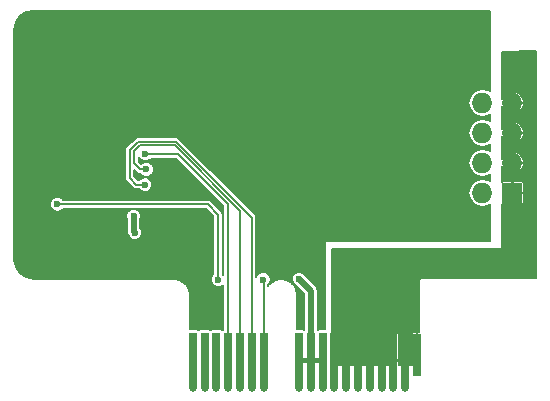
<source format=gbr>
G04 #@! TF.FileFunction,Copper,L1,Top,Signal*
%FSLAX46Y46*%
G04 Gerber Fmt 4.6, Leading zero omitted, Abs format (unit mm)*
G04 Created by KiCad (PCBNEW 4.0.6-e0-6349~53~ubuntu14.04.1) date Mon Mar 27 23:59:38 2017*
%MOMM*%
%LPD*%
G01*
G04 APERTURE LIST*
%ADD10C,0.100000*%
%ADD11R,0.650240X3.599180*%
%ADD12R,0.650240X4.599940*%
%ADD13O,0.650240X0.650240*%
%ADD14R,1.727200X1.727200*%
%ADD15O,1.727200X1.727200*%
%ADD16C,0.600000*%
%ADD17C,0.500000*%
%ADD18C,0.150000*%
%ADD19C,0.400000*%
%ADD20C,0.200000*%
G04 APERTURE END LIST*
D10*
D11*
X159499600Y-99499620D03*
D12*
X158498840Y-100000000D03*
X157500620Y-100000000D03*
X156499860Y-100000000D03*
X155499100Y-100000000D03*
X154500880Y-100000000D03*
X153500120Y-100000000D03*
X152499360Y-100000000D03*
X151501140Y-100000000D03*
X150500380Y-100000000D03*
X149499620Y-100000000D03*
X144500900Y-100000000D03*
X143500140Y-100000000D03*
X142499380Y-100000000D03*
X141501160Y-100000000D03*
X140500400Y-100000000D03*
X146499880Y-100000000D03*
X145499120Y-100000000D03*
D13*
X156499860Y-102301240D03*
X155499100Y-102301240D03*
X154500880Y-102301240D03*
X153500120Y-102301240D03*
X152499360Y-102301240D03*
X151501140Y-102301240D03*
X150500380Y-102301240D03*
X144500900Y-102301240D03*
X143500140Y-102301240D03*
X157500620Y-102301240D03*
X145499120Y-102301240D03*
X142499380Y-102301240D03*
X149499620Y-102301240D03*
X146499880Y-102301240D03*
X141501160Y-102301240D03*
X140500400Y-102301240D03*
X158498840Y-102301240D03*
D14*
X167570000Y-85810000D03*
D15*
X165030000Y-85810000D03*
X167570000Y-83270000D03*
X165030000Y-83270000D03*
X167570000Y-80730000D03*
X165030000Y-80730000D03*
X167570000Y-78190000D03*
X165030000Y-78190000D03*
D16*
X137050000Y-86200000D03*
X154175000Y-72125000D03*
X143050000Y-72125000D03*
X143125000Y-82925000D03*
X154150000Y-82925000D03*
X135500000Y-87800000D03*
X135600000Y-89200000D03*
X149500000Y-93100000D03*
X136575000Y-83825000D03*
X136500000Y-82525000D03*
X129050000Y-86775000D03*
X142650000Y-93175000D03*
X146475000Y-93150000D03*
X136475000Y-85125000D03*
D17*
X135500000Y-89100000D02*
X135500000Y-87800000D01*
X135600000Y-89200000D02*
X135500000Y-89100000D01*
D18*
X158498840Y-100000000D02*
X158498840Y-102301240D01*
X157500620Y-100000000D02*
X157500620Y-102301240D01*
X156499860Y-100000000D02*
X156499860Y-102301240D01*
X155499100Y-100000000D02*
X155499100Y-102301240D01*
X154500880Y-100000000D02*
X154500880Y-102301240D01*
X153500120Y-100000000D02*
X153500120Y-102301240D01*
X152499360Y-100000000D02*
X152499360Y-102301240D01*
D17*
X150500380Y-100000000D02*
X150500380Y-94100380D01*
X150500380Y-94100380D02*
X149500000Y-93100000D01*
D19*
X149499620Y-100000000D02*
X150500380Y-100000000D01*
X150500380Y-100000000D02*
X151501140Y-100000000D01*
D18*
X151501140Y-100000000D02*
X151501140Y-102301240D01*
X150500380Y-100000000D02*
X150500380Y-102301240D01*
X149499620Y-100000000D02*
X149499620Y-102301240D01*
X144500900Y-100000000D02*
X144500900Y-87326634D01*
X136025000Y-83825000D02*
X136575000Y-83825000D01*
X135525000Y-83325000D02*
X136025000Y-83825000D01*
X135525000Y-82275000D02*
X135525000Y-83325000D01*
X136000000Y-81800000D02*
X135525000Y-82275000D01*
X138974266Y-81800000D02*
X136000000Y-81800000D01*
X144500900Y-87326634D02*
X138974266Y-81800000D01*
X144500900Y-100000000D02*
X144500900Y-102301240D01*
X143500140Y-100000000D02*
X143500140Y-86750140D01*
X139275000Y-82525000D02*
X136500000Y-82525000D01*
X143500140Y-86750140D02*
X139275000Y-82525000D01*
X143500140Y-102301240D02*
X143500140Y-100000000D01*
X142499380Y-102301240D02*
X142499380Y-100000000D01*
X141501160Y-102301240D02*
X141501160Y-100000000D01*
X140500400Y-100000000D02*
X140500400Y-102301240D01*
X146499880Y-100000000D02*
X146499880Y-93174880D01*
X141775000Y-86775000D02*
X129050000Y-86775000D01*
X142650000Y-87650000D02*
X141775000Y-86775000D01*
X142650000Y-93175000D02*
X142650000Y-87650000D01*
X146499880Y-93174880D02*
X146475000Y-93150000D01*
X146499880Y-100000000D02*
X146499880Y-102301240D01*
X145499120Y-100000000D02*
X145499120Y-87900588D01*
X135725000Y-85125000D02*
X136475000Y-85125000D01*
X135150000Y-84550000D02*
X135725000Y-85125000D01*
X135150000Y-82225734D02*
X135150000Y-84550000D01*
X135875736Y-81499998D02*
X135150000Y-82225734D01*
X139098530Y-81499998D02*
X135875736Y-81499998D01*
X145499120Y-87900588D02*
X139098530Y-81499998D01*
X145499120Y-100000000D02*
X145499120Y-102301240D01*
D20*
G36*
X169575000Y-93025000D02*
X159800000Y-93025000D01*
X159761094Y-93032879D01*
X159728319Y-93055273D01*
X159706839Y-93088654D01*
X159700000Y-93125000D01*
X159700000Y-97600030D01*
X159549600Y-97600030D01*
X159524600Y-97625030D01*
X159524600Y-99474620D01*
X159544600Y-99474620D01*
X159544600Y-99524620D01*
X159524600Y-99524620D01*
X159524600Y-99544620D01*
X159474600Y-99544620D01*
X159474600Y-99524620D01*
X159099480Y-99524620D01*
X159074480Y-99549620D01*
X159074480Y-100350000D01*
X158923960Y-100350000D01*
X158923960Y-100050000D01*
X158898960Y-100025000D01*
X158523840Y-100025000D01*
X158523840Y-100045000D01*
X158473840Y-100045000D01*
X158473840Y-100025000D01*
X158098720Y-100025000D01*
X158073720Y-100050000D01*
X158073720Y-100350000D01*
X157925740Y-100350000D01*
X157925740Y-100050000D01*
X157900740Y-100025000D01*
X157525620Y-100025000D01*
X157525620Y-100045000D01*
X157475620Y-100045000D01*
X157475620Y-100025000D01*
X157100500Y-100025000D01*
X157075500Y-100050000D01*
X157075500Y-100350000D01*
X156924980Y-100350000D01*
X156924980Y-100050000D01*
X156899980Y-100025000D01*
X156524860Y-100025000D01*
X156524860Y-100045000D01*
X156474860Y-100045000D01*
X156474860Y-100025000D01*
X156099740Y-100025000D01*
X156074740Y-100050000D01*
X156074740Y-100350000D01*
X155924220Y-100350000D01*
X155924220Y-100050000D01*
X155899220Y-100025000D01*
X155524100Y-100025000D01*
X155524100Y-100045000D01*
X155474100Y-100045000D01*
X155474100Y-100025000D01*
X155098980Y-100025000D01*
X155073980Y-100050000D01*
X155073980Y-100350000D01*
X154926000Y-100350000D01*
X154926000Y-100050000D01*
X154901000Y-100025000D01*
X154525880Y-100025000D01*
X154525880Y-100045000D01*
X154475880Y-100045000D01*
X154475880Y-100025000D01*
X154100760Y-100025000D01*
X154075760Y-100050000D01*
X154075760Y-100350000D01*
X153925240Y-100350000D01*
X153925240Y-100050000D01*
X153900240Y-100025000D01*
X153525120Y-100025000D01*
X153525120Y-100045000D01*
X153475120Y-100045000D01*
X153475120Y-100025000D01*
X153100000Y-100025000D01*
X153075000Y-100050000D01*
X153075000Y-100350000D01*
X152924480Y-100350000D01*
X152924480Y-100050000D01*
X152899480Y-100025000D01*
X152524360Y-100025000D01*
X152524360Y-100045000D01*
X152474360Y-100045000D01*
X152474360Y-100025000D01*
X152454360Y-100025000D01*
X152454360Y-99975000D01*
X152474360Y-99975000D01*
X152474360Y-97625030D01*
X152524360Y-97625030D01*
X152524360Y-99975000D01*
X152899480Y-99975000D01*
X152924480Y-99950000D01*
X152924480Y-97680139D01*
X153075000Y-97680139D01*
X153075000Y-99950000D01*
X153100000Y-99975000D01*
X153475120Y-99975000D01*
X153475120Y-97625030D01*
X153525120Y-97625030D01*
X153525120Y-99975000D01*
X153900240Y-99975000D01*
X153925240Y-99950000D01*
X153925240Y-97680139D01*
X154075760Y-97680139D01*
X154075760Y-99950000D01*
X154100760Y-99975000D01*
X154475880Y-99975000D01*
X154475880Y-97625030D01*
X154525880Y-97625030D01*
X154525880Y-99975000D01*
X154901000Y-99975000D01*
X154926000Y-99950000D01*
X154926000Y-97680139D01*
X155073980Y-97680139D01*
X155073980Y-99950000D01*
X155098980Y-99975000D01*
X155474100Y-99975000D01*
X155474100Y-97625030D01*
X155524100Y-97625030D01*
X155524100Y-99975000D01*
X155899220Y-99975000D01*
X155924220Y-99950000D01*
X155924220Y-97680139D01*
X156074740Y-97680139D01*
X156074740Y-99950000D01*
X156099740Y-99975000D01*
X156474860Y-99975000D01*
X156474860Y-97625030D01*
X156524860Y-97625030D01*
X156524860Y-99975000D01*
X156899980Y-99975000D01*
X156924980Y-99950000D01*
X156924980Y-97680139D01*
X157075500Y-97680139D01*
X157075500Y-99950000D01*
X157100500Y-99975000D01*
X157475620Y-99975000D01*
X157475620Y-97625030D01*
X157525620Y-97625030D01*
X157525620Y-99975000D01*
X157900740Y-99975000D01*
X157925740Y-99950000D01*
X157925740Y-97680139D01*
X158073720Y-97680139D01*
X158073720Y-99950000D01*
X158098720Y-99975000D01*
X158473840Y-99975000D01*
X158473840Y-97625030D01*
X158523840Y-97625030D01*
X158523840Y-99975000D01*
X158898960Y-99975000D01*
X158923960Y-99950000D01*
X158923960Y-97680139D01*
X159074480Y-97680139D01*
X159074480Y-99449620D01*
X159099480Y-99474620D01*
X159474600Y-99474620D01*
X159474600Y-97625030D01*
X159449600Y-97600030D01*
X159154589Y-97600030D01*
X159117835Y-97615254D01*
X159089704Y-97643384D01*
X159074480Y-97680139D01*
X158923960Y-97680139D01*
X158908736Y-97643384D01*
X158880605Y-97615254D01*
X158843851Y-97600030D01*
X158548840Y-97600030D01*
X158523840Y-97625030D01*
X158473840Y-97625030D01*
X158448840Y-97600030D01*
X158153829Y-97600030D01*
X158117075Y-97615254D01*
X158088944Y-97643384D01*
X158073720Y-97680139D01*
X157925740Y-97680139D01*
X157910516Y-97643384D01*
X157882385Y-97615254D01*
X157845631Y-97600030D01*
X157550620Y-97600030D01*
X157525620Y-97625030D01*
X157475620Y-97625030D01*
X157450620Y-97600030D01*
X157155609Y-97600030D01*
X157118855Y-97615254D01*
X157090724Y-97643384D01*
X157075500Y-97680139D01*
X156924980Y-97680139D01*
X156909756Y-97643384D01*
X156881625Y-97615254D01*
X156844871Y-97600030D01*
X156549860Y-97600030D01*
X156524860Y-97625030D01*
X156474860Y-97625030D01*
X156449860Y-97600030D01*
X156154849Y-97600030D01*
X156118095Y-97615254D01*
X156089964Y-97643384D01*
X156074740Y-97680139D01*
X155924220Y-97680139D01*
X155908996Y-97643384D01*
X155880865Y-97615254D01*
X155844111Y-97600030D01*
X155549100Y-97600030D01*
X155524100Y-97625030D01*
X155474100Y-97625030D01*
X155449100Y-97600030D01*
X155154089Y-97600030D01*
X155117335Y-97615254D01*
X155089204Y-97643384D01*
X155073980Y-97680139D01*
X154926000Y-97680139D01*
X154910776Y-97643384D01*
X154882645Y-97615254D01*
X154845891Y-97600030D01*
X154550880Y-97600030D01*
X154525880Y-97625030D01*
X154475880Y-97625030D01*
X154450880Y-97600030D01*
X154155869Y-97600030D01*
X154119115Y-97615254D01*
X154090984Y-97643384D01*
X154075760Y-97680139D01*
X153925240Y-97680139D01*
X153910016Y-97643384D01*
X153881885Y-97615254D01*
X153845131Y-97600030D01*
X153550120Y-97600030D01*
X153525120Y-97625030D01*
X153475120Y-97625030D01*
X153450120Y-97600030D01*
X153155109Y-97600030D01*
X153118355Y-97615254D01*
X153090224Y-97643384D01*
X153075000Y-97680139D01*
X152924480Y-97680139D01*
X152909256Y-97643384D01*
X152881125Y-97615254D01*
X152844371Y-97600030D01*
X152549360Y-97600030D01*
X152524360Y-97625030D01*
X152474360Y-97625030D01*
X152449360Y-97600030D01*
X152275000Y-97600030D01*
X152275000Y-90600000D01*
X166450000Y-90600000D01*
X166488906Y-90592121D01*
X166520711Y-90570711D01*
X166645711Y-90445711D01*
X166667650Y-90412629D01*
X166675000Y-90375000D01*
X166675000Y-86768833D01*
X166686509Y-86773600D01*
X167520000Y-86773600D01*
X167545000Y-86748600D01*
X167545000Y-85835000D01*
X167595000Y-85835000D01*
X167595000Y-86748600D01*
X167620000Y-86773600D01*
X168453491Y-86773600D01*
X168490246Y-86758376D01*
X168518376Y-86730245D01*
X168533600Y-86693491D01*
X168533600Y-85860000D01*
X168508600Y-85835000D01*
X167595000Y-85835000D01*
X167545000Y-85835000D01*
X167525000Y-85835000D01*
X167525000Y-85785000D01*
X167545000Y-85785000D01*
X167545000Y-84871400D01*
X167595000Y-84871400D01*
X167595000Y-85785000D01*
X168508600Y-85785000D01*
X168533600Y-85760000D01*
X168533600Y-84926509D01*
X168518376Y-84889755D01*
X168490246Y-84861624D01*
X168453491Y-84846400D01*
X167620000Y-84846400D01*
X167595000Y-84871400D01*
X167545000Y-84871400D01*
X167520000Y-84846400D01*
X166686509Y-84846400D01*
X166675000Y-84851167D01*
X166675000Y-83577086D01*
X166761732Y-83794628D01*
X167024024Y-84064004D01*
X167369436Y-84212500D01*
X167394618Y-84217506D01*
X167545000Y-84208267D01*
X167545000Y-83295000D01*
X167595000Y-83295000D01*
X167595000Y-84208267D01*
X167745382Y-84217506D01*
X167770564Y-84212500D01*
X168115976Y-84064004D01*
X168378268Y-83794628D01*
X168517509Y-83445382D01*
X168508279Y-83295000D01*
X167595000Y-83295000D01*
X167545000Y-83295000D01*
X167525000Y-83295000D01*
X167525000Y-83245000D01*
X167545000Y-83245000D01*
X167545000Y-82331733D01*
X167595000Y-82331733D01*
X167595000Y-83245000D01*
X168508279Y-83245000D01*
X168517509Y-83094618D01*
X168378268Y-82745372D01*
X168115976Y-82475996D01*
X167770564Y-82327500D01*
X167745382Y-82322494D01*
X167595000Y-82331733D01*
X167545000Y-82331733D01*
X167394618Y-82322494D01*
X167369436Y-82327500D01*
X167024024Y-82475996D01*
X166761732Y-82745372D01*
X166675000Y-82962914D01*
X166675000Y-81037086D01*
X166761732Y-81254628D01*
X167024024Y-81524004D01*
X167369436Y-81672500D01*
X167394618Y-81677506D01*
X167545000Y-81668267D01*
X167545000Y-80755000D01*
X167595000Y-80755000D01*
X167595000Y-81668267D01*
X167745382Y-81677506D01*
X167770564Y-81672500D01*
X168115976Y-81524004D01*
X168378268Y-81254628D01*
X168517509Y-80905382D01*
X168508279Y-80755000D01*
X167595000Y-80755000D01*
X167545000Y-80755000D01*
X167525000Y-80755000D01*
X167525000Y-80705000D01*
X167545000Y-80705000D01*
X167545000Y-79791733D01*
X167595000Y-79791733D01*
X167595000Y-80705000D01*
X168508279Y-80705000D01*
X168517509Y-80554618D01*
X168378268Y-80205372D01*
X168115976Y-79935996D01*
X167770564Y-79787500D01*
X167745382Y-79782494D01*
X167595000Y-79791733D01*
X167545000Y-79791733D01*
X167394618Y-79782494D01*
X167369436Y-79787500D01*
X167024024Y-79935996D01*
X166761732Y-80205372D01*
X166675000Y-80422914D01*
X166675000Y-78497086D01*
X166761732Y-78714628D01*
X167024024Y-78984004D01*
X167369436Y-79132500D01*
X167394618Y-79137506D01*
X167545000Y-79128267D01*
X167545000Y-78215000D01*
X167595000Y-78215000D01*
X167595000Y-79128267D01*
X167745382Y-79137506D01*
X167770564Y-79132500D01*
X168115976Y-78984004D01*
X168378268Y-78714628D01*
X168517509Y-78365382D01*
X168508279Y-78215000D01*
X167595000Y-78215000D01*
X167545000Y-78215000D01*
X167525000Y-78215000D01*
X167525000Y-78165000D01*
X167545000Y-78165000D01*
X167545000Y-77251733D01*
X167595000Y-77251733D01*
X167595000Y-78165000D01*
X168508279Y-78165000D01*
X168517509Y-78014618D01*
X168378268Y-77665372D01*
X168115976Y-77395996D01*
X167770564Y-77247500D01*
X167745382Y-77242494D01*
X167595000Y-77251733D01*
X167545000Y-77251733D01*
X167394618Y-77242494D01*
X167369436Y-77247500D01*
X167024024Y-77395996D01*
X166761732Y-77665372D01*
X166675000Y-77882914D01*
X166675000Y-73849197D01*
X169575000Y-73825810D01*
X169575000Y-93025000D01*
X169575000Y-93025000D01*
G37*
X169575000Y-93025000D02*
X159800000Y-93025000D01*
X159761094Y-93032879D01*
X159728319Y-93055273D01*
X159706839Y-93088654D01*
X159700000Y-93125000D01*
X159700000Y-97600030D01*
X159549600Y-97600030D01*
X159524600Y-97625030D01*
X159524600Y-99474620D01*
X159544600Y-99474620D01*
X159544600Y-99524620D01*
X159524600Y-99524620D01*
X159524600Y-99544620D01*
X159474600Y-99544620D01*
X159474600Y-99524620D01*
X159099480Y-99524620D01*
X159074480Y-99549620D01*
X159074480Y-100350000D01*
X158923960Y-100350000D01*
X158923960Y-100050000D01*
X158898960Y-100025000D01*
X158523840Y-100025000D01*
X158523840Y-100045000D01*
X158473840Y-100045000D01*
X158473840Y-100025000D01*
X158098720Y-100025000D01*
X158073720Y-100050000D01*
X158073720Y-100350000D01*
X157925740Y-100350000D01*
X157925740Y-100050000D01*
X157900740Y-100025000D01*
X157525620Y-100025000D01*
X157525620Y-100045000D01*
X157475620Y-100045000D01*
X157475620Y-100025000D01*
X157100500Y-100025000D01*
X157075500Y-100050000D01*
X157075500Y-100350000D01*
X156924980Y-100350000D01*
X156924980Y-100050000D01*
X156899980Y-100025000D01*
X156524860Y-100025000D01*
X156524860Y-100045000D01*
X156474860Y-100045000D01*
X156474860Y-100025000D01*
X156099740Y-100025000D01*
X156074740Y-100050000D01*
X156074740Y-100350000D01*
X155924220Y-100350000D01*
X155924220Y-100050000D01*
X155899220Y-100025000D01*
X155524100Y-100025000D01*
X155524100Y-100045000D01*
X155474100Y-100045000D01*
X155474100Y-100025000D01*
X155098980Y-100025000D01*
X155073980Y-100050000D01*
X155073980Y-100350000D01*
X154926000Y-100350000D01*
X154926000Y-100050000D01*
X154901000Y-100025000D01*
X154525880Y-100025000D01*
X154525880Y-100045000D01*
X154475880Y-100045000D01*
X154475880Y-100025000D01*
X154100760Y-100025000D01*
X154075760Y-100050000D01*
X154075760Y-100350000D01*
X153925240Y-100350000D01*
X153925240Y-100050000D01*
X153900240Y-100025000D01*
X153525120Y-100025000D01*
X153525120Y-100045000D01*
X153475120Y-100045000D01*
X153475120Y-100025000D01*
X153100000Y-100025000D01*
X153075000Y-100050000D01*
X153075000Y-100350000D01*
X152924480Y-100350000D01*
X152924480Y-100050000D01*
X152899480Y-100025000D01*
X152524360Y-100025000D01*
X152524360Y-100045000D01*
X152474360Y-100045000D01*
X152474360Y-100025000D01*
X152454360Y-100025000D01*
X152454360Y-99975000D01*
X152474360Y-99975000D01*
X152474360Y-97625030D01*
X152524360Y-97625030D01*
X152524360Y-99975000D01*
X152899480Y-99975000D01*
X152924480Y-99950000D01*
X152924480Y-97680139D01*
X153075000Y-97680139D01*
X153075000Y-99950000D01*
X153100000Y-99975000D01*
X153475120Y-99975000D01*
X153475120Y-97625030D01*
X153525120Y-97625030D01*
X153525120Y-99975000D01*
X153900240Y-99975000D01*
X153925240Y-99950000D01*
X153925240Y-97680139D01*
X154075760Y-97680139D01*
X154075760Y-99950000D01*
X154100760Y-99975000D01*
X154475880Y-99975000D01*
X154475880Y-97625030D01*
X154525880Y-97625030D01*
X154525880Y-99975000D01*
X154901000Y-99975000D01*
X154926000Y-99950000D01*
X154926000Y-97680139D01*
X155073980Y-97680139D01*
X155073980Y-99950000D01*
X155098980Y-99975000D01*
X155474100Y-99975000D01*
X155474100Y-97625030D01*
X155524100Y-97625030D01*
X155524100Y-99975000D01*
X155899220Y-99975000D01*
X155924220Y-99950000D01*
X155924220Y-97680139D01*
X156074740Y-97680139D01*
X156074740Y-99950000D01*
X156099740Y-99975000D01*
X156474860Y-99975000D01*
X156474860Y-97625030D01*
X156524860Y-97625030D01*
X156524860Y-99975000D01*
X156899980Y-99975000D01*
X156924980Y-99950000D01*
X156924980Y-97680139D01*
X157075500Y-97680139D01*
X157075500Y-99950000D01*
X157100500Y-99975000D01*
X157475620Y-99975000D01*
X157475620Y-97625030D01*
X157525620Y-97625030D01*
X157525620Y-99975000D01*
X157900740Y-99975000D01*
X157925740Y-99950000D01*
X157925740Y-97680139D01*
X158073720Y-97680139D01*
X158073720Y-99950000D01*
X158098720Y-99975000D01*
X158473840Y-99975000D01*
X158473840Y-97625030D01*
X158523840Y-97625030D01*
X158523840Y-99975000D01*
X158898960Y-99975000D01*
X158923960Y-99950000D01*
X158923960Y-97680139D01*
X159074480Y-97680139D01*
X159074480Y-99449620D01*
X159099480Y-99474620D01*
X159474600Y-99474620D01*
X159474600Y-97625030D01*
X159449600Y-97600030D01*
X159154589Y-97600030D01*
X159117835Y-97615254D01*
X159089704Y-97643384D01*
X159074480Y-97680139D01*
X158923960Y-97680139D01*
X158908736Y-97643384D01*
X158880605Y-97615254D01*
X158843851Y-97600030D01*
X158548840Y-97600030D01*
X158523840Y-97625030D01*
X158473840Y-97625030D01*
X158448840Y-97600030D01*
X158153829Y-97600030D01*
X158117075Y-97615254D01*
X158088944Y-97643384D01*
X158073720Y-97680139D01*
X157925740Y-97680139D01*
X157910516Y-97643384D01*
X157882385Y-97615254D01*
X157845631Y-97600030D01*
X157550620Y-97600030D01*
X157525620Y-97625030D01*
X157475620Y-97625030D01*
X157450620Y-97600030D01*
X157155609Y-97600030D01*
X157118855Y-97615254D01*
X157090724Y-97643384D01*
X157075500Y-97680139D01*
X156924980Y-97680139D01*
X156909756Y-97643384D01*
X156881625Y-97615254D01*
X156844871Y-97600030D01*
X156549860Y-97600030D01*
X156524860Y-97625030D01*
X156474860Y-97625030D01*
X156449860Y-97600030D01*
X156154849Y-97600030D01*
X156118095Y-97615254D01*
X156089964Y-97643384D01*
X156074740Y-97680139D01*
X155924220Y-97680139D01*
X155908996Y-97643384D01*
X155880865Y-97615254D01*
X155844111Y-97600030D01*
X155549100Y-97600030D01*
X155524100Y-97625030D01*
X155474100Y-97625030D01*
X155449100Y-97600030D01*
X155154089Y-97600030D01*
X155117335Y-97615254D01*
X155089204Y-97643384D01*
X155073980Y-97680139D01*
X154926000Y-97680139D01*
X154910776Y-97643384D01*
X154882645Y-97615254D01*
X154845891Y-97600030D01*
X154550880Y-97600030D01*
X154525880Y-97625030D01*
X154475880Y-97625030D01*
X154450880Y-97600030D01*
X154155869Y-97600030D01*
X154119115Y-97615254D01*
X154090984Y-97643384D01*
X154075760Y-97680139D01*
X153925240Y-97680139D01*
X153910016Y-97643384D01*
X153881885Y-97615254D01*
X153845131Y-97600030D01*
X153550120Y-97600030D01*
X153525120Y-97625030D01*
X153475120Y-97625030D01*
X153450120Y-97600030D01*
X153155109Y-97600030D01*
X153118355Y-97615254D01*
X153090224Y-97643384D01*
X153075000Y-97680139D01*
X152924480Y-97680139D01*
X152909256Y-97643384D01*
X152881125Y-97615254D01*
X152844371Y-97600030D01*
X152549360Y-97600030D01*
X152524360Y-97625030D01*
X152474360Y-97625030D01*
X152449360Y-97600030D01*
X152275000Y-97600030D01*
X152275000Y-90600000D01*
X166450000Y-90600000D01*
X166488906Y-90592121D01*
X166520711Y-90570711D01*
X166645711Y-90445711D01*
X166667650Y-90412629D01*
X166675000Y-90375000D01*
X166675000Y-86768833D01*
X166686509Y-86773600D01*
X167520000Y-86773600D01*
X167545000Y-86748600D01*
X167545000Y-85835000D01*
X167595000Y-85835000D01*
X167595000Y-86748600D01*
X167620000Y-86773600D01*
X168453491Y-86773600D01*
X168490246Y-86758376D01*
X168518376Y-86730245D01*
X168533600Y-86693491D01*
X168533600Y-85860000D01*
X168508600Y-85835000D01*
X167595000Y-85835000D01*
X167545000Y-85835000D01*
X167525000Y-85835000D01*
X167525000Y-85785000D01*
X167545000Y-85785000D01*
X167545000Y-84871400D01*
X167595000Y-84871400D01*
X167595000Y-85785000D01*
X168508600Y-85785000D01*
X168533600Y-85760000D01*
X168533600Y-84926509D01*
X168518376Y-84889755D01*
X168490246Y-84861624D01*
X168453491Y-84846400D01*
X167620000Y-84846400D01*
X167595000Y-84871400D01*
X167545000Y-84871400D01*
X167520000Y-84846400D01*
X166686509Y-84846400D01*
X166675000Y-84851167D01*
X166675000Y-83577086D01*
X166761732Y-83794628D01*
X167024024Y-84064004D01*
X167369436Y-84212500D01*
X167394618Y-84217506D01*
X167545000Y-84208267D01*
X167545000Y-83295000D01*
X167595000Y-83295000D01*
X167595000Y-84208267D01*
X167745382Y-84217506D01*
X167770564Y-84212500D01*
X168115976Y-84064004D01*
X168378268Y-83794628D01*
X168517509Y-83445382D01*
X168508279Y-83295000D01*
X167595000Y-83295000D01*
X167545000Y-83295000D01*
X167525000Y-83295000D01*
X167525000Y-83245000D01*
X167545000Y-83245000D01*
X167545000Y-82331733D01*
X167595000Y-82331733D01*
X167595000Y-83245000D01*
X168508279Y-83245000D01*
X168517509Y-83094618D01*
X168378268Y-82745372D01*
X168115976Y-82475996D01*
X167770564Y-82327500D01*
X167745382Y-82322494D01*
X167595000Y-82331733D01*
X167545000Y-82331733D01*
X167394618Y-82322494D01*
X167369436Y-82327500D01*
X167024024Y-82475996D01*
X166761732Y-82745372D01*
X166675000Y-82962914D01*
X166675000Y-81037086D01*
X166761732Y-81254628D01*
X167024024Y-81524004D01*
X167369436Y-81672500D01*
X167394618Y-81677506D01*
X167545000Y-81668267D01*
X167545000Y-80755000D01*
X167595000Y-80755000D01*
X167595000Y-81668267D01*
X167745382Y-81677506D01*
X167770564Y-81672500D01*
X168115976Y-81524004D01*
X168378268Y-81254628D01*
X168517509Y-80905382D01*
X168508279Y-80755000D01*
X167595000Y-80755000D01*
X167545000Y-80755000D01*
X167525000Y-80755000D01*
X167525000Y-80705000D01*
X167545000Y-80705000D01*
X167545000Y-79791733D01*
X167595000Y-79791733D01*
X167595000Y-80705000D01*
X168508279Y-80705000D01*
X168517509Y-80554618D01*
X168378268Y-80205372D01*
X168115976Y-79935996D01*
X167770564Y-79787500D01*
X167745382Y-79782494D01*
X167595000Y-79791733D01*
X167545000Y-79791733D01*
X167394618Y-79782494D01*
X167369436Y-79787500D01*
X167024024Y-79935996D01*
X166761732Y-80205372D01*
X166675000Y-80422914D01*
X166675000Y-78497086D01*
X166761732Y-78714628D01*
X167024024Y-78984004D01*
X167369436Y-79132500D01*
X167394618Y-79137506D01*
X167545000Y-79128267D01*
X167545000Y-78215000D01*
X167595000Y-78215000D01*
X167595000Y-79128267D01*
X167745382Y-79137506D01*
X167770564Y-79132500D01*
X168115976Y-78984004D01*
X168378268Y-78714628D01*
X168517509Y-78365382D01*
X168508279Y-78215000D01*
X167595000Y-78215000D01*
X167545000Y-78215000D01*
X167525000Y-78215000D01*
X167525000Y-78165000D01*
X167545000Y-78165000D01*
X167545000Y-77251733D01*
X167595000Y-77251733D01*
X167595000Y-78165000D01*
X168508279Y-78165000D01*
X168517509Y-78014618D01*
X168378268Y-77665372D01*
X168115976Y-77395996D01*
X167770564Y-77247500D01*
X167745382Y-77242494D01*
X167595000Y-77251733D01*
X167545000Y-77251733D01*
X167394618Y-77242494D01*
X167369436Y-77247500D01*
X167024024Y-77395996D01*
X166761732Y-77665372D01*
X166675000Y-77882914D01*
X166675000Y-73849197D01*
X169575000Y-73825810D01*
X169575000Y-93025000D01*
G36*
X165700000Y-77218340D02*
X165482944Y-77073308D01*
X165030000Y-76983212D01*
X164577056Y-77073308D01*
X164193068Y-77329880D01*
X163936496Y-77713868D01*
X163846400Y-78166812D01*
X163846400Y-78213188D01*
X163936496Y-78666132D01*
X164193068Y-79050120D01*
X164577056Y-79306692D01*
X165030000Y-79396788D01*
X165482944Y-79306692D01*
X165700000Y-79161660D01*
X165700000Y-79758340D01*
X165482944Y-79613308D01*
X165030000Y-79523212D01*
X164577056Y-79613308D01*
X164193068Y-79869880D01*
X163936496Y-80253868D01*
X163846400Y-80706812D01*
X163846400Y-80753188D01*
X163936496Y-81206132D01*
X164193068Y-81590120D01*
X164577056Y-81846692D01*
X165030000Y-81936788D01*
X165482944Y-81846692D01*
X165700000Y-81701660D01*
X165700000Y-82298340D01*
X165482944Y-82153308D01*
X165030000Y-82063212D01*
X164577056Y-82153308D01*
X164193068Y-82409880D01*
X163936496Y-82793868D01*
X163846400Y-83246812D01*
X163846400Y-83293188D01*
X163936496Y-83746132D01*
X164193068Y-84130120D01*
X164577056Y-84386692D01*
X165030000Y-84476788D01*
X165482944Y-84386692D01*
X165700000Y-84241660D01*
X165700000Y-84838340D01*
X165482944Y-84693308D01*
X165030000Y-84603212D01*
X164577056Y-84693308D01*
X164193068Y-84949880D01*
X163936496Y-85333868D01*
X163846400Y-85786812D01*
X163846400Y-85833188D01*
X163936496Y-86286132D01*
X164193068Y-86670120D01*
X164577056Y-86926692D01*
X165030000Y-87016788D01*
X165482944Y-86926692D01*
X165700000Y-86781660D01*
X165700000Y-89900000D01*
X151800000Y-89900000D01*
X151761094Y-89907879D01*
X151728319Y-89930273D01*
X151706839Y-89963654D01*
X151700000Y-90000000D01*
X151700000Y-97373761D01*
X151176020Y-97373761D01*
X151070380Y-97393638D01*
X151070380Y-94100380D01*
X151026991Y-93882250D01*
X150903431Y-93697329D01*
X150075600Y-92869498D01*
X150025917Y-92749257D01*
X149851661Y-92574696D01*
X149623867Y-92480107D01*
X149377215Y-92479892D01*
X149149257Y-92574083D01*
X148974696Y-92748339D01*
X148880107Y-92976133D01*
X148879892Y-93222785D01*
X148974083Y-93450743D01*
X149148339Y-93625304D01*
X149269522Y-93675624D01*
X149930380Y-94336482D01*
X149930380Y-97395153D01*
X149824740Y-97373761D01*
X149345000Y-97373761D01*
X149345000Y-94450000D01*
X149337410Y-94411843D01*
X149337410Y-94372939D01*
X149265096Y-94009391D01*
X149265096Y-94009390D01*
X149206116Y-93867000D01*
X149000181Y-93558798D01*
X148945691Y-93504309D01*
X148891202Y-93449819D01*
X148583000Y-93243884D01*
X148440610Y-93184904D01*
X148440609Y-93184904D01*
X148077062Y-93112590D01*
X147922939Y-93112590D01*
X147559391Y-93184904D01*
X147559390Y-93184904D01*
X147417000Y-93243884D01*
X147108798Y-93449819D01*
X147054309Y-93504309D01*
X146999819Y-93558798D01*
X146894880Y-93715850D01*
X146894880Y-93606901D01*
X147000304Y-93501661D01*
X147094893Y-93273867D01*
X147095108Y-93027215D01*
X147000917Y-92799257D01*
X146826661Y-92624696D01*
X146598867Y-92530107D01*
X146352215Y-92529892D01*
X146124257Y-92624083D01*
X145949696Y-92798339D01*
X145894120Y-92932180D01*
X145894120Y-87900588D01*
X145864052Y-87749428D01*
X145778427Y-87621281D01*
X139377837Y-81220691D01*
X139249690Y-81135066D01*
X139098530Y-81104998D01*
X135875736Y-81104998D01*
X135724576Y-81135066D01*
X135618218Y-81206132D01*
X135596429Y-81220691D01*
X134870693Y-81946427D01*
X134785068Y-82074574D01*
X134755000Y-82225734D01*
X134755000Y-84550000D01*
X134785068Y-84701160D01*
X134870693Y-84829307D01*
X135445693Y-85404307D01*
X135573840Y-85489932D01*
X135725000Y-85520000D01*
X135993263Y-85520000D01*
X136123339Y-85650304D01*
X136351133Y-85744893D01*
X136597785Y-85745108D01*
X136825743Y-85650917D01*
X137000304Y-85476661D01*
X137094893Y-85248867D01*
X137095108Y-85002215D01*
X137000917Y-84774257D01*
X136826661Y-84599696D01*
X136598867Y-84505107D01*
X136352215Y-84504892D01*
X136124257Y-84599083D01*
X135993111Y-84730000D01*
X135888614Y-84730000D01*
X135545000Y-84386386D01*
X135545000Y-83903614D01*
X135745693Y-84104307D01*
X135873840Y-84189932D01*
X136025000Y-84220000D01*
X136093263Y-84220000D01*
X136223339Y-84350304D01*
X136451133Y-84444893D01*
X136697785Y-84445108D01*
X136925743Y-84350917D01*
X137100304Y-84176661D01*
X137194893Y-83948867D01*
X137195108Y-83702215D01*
X137100917Y-83474257D01*
X136926661Y-83299696D01*
X136698867Y-83205107D01*
X136452215Y-83204892D01*
X136224257Y-83299083D01*
X136140904Y-83382290D01*
X135920000Y-83161386D01*
X135920000Y-82744853D01*
X135974083Y-82875743D01*
X136148339Y-83050304D01*
X136376133Y-83144893D01*
X136622785Y-83145108D01*
X136850743Y-83050917D01*
X136981889Y-82920000D01*
X139111386Y-82920000D01*
X143105140Y-86913754D01*
X143105140Y-92753356D01*
X143045000Y-92693111D01*
X143045000Y-87650000D01*
X143014932Y-87498840D01*
X142929307Y-87370693D01*
X142054307Y-86495693D01*
X141926160Y-86410068D01*
X141775000Y-86380000D01*
X129531737Y-86380000D01*
X129401661Y-86249696D01*
X129173867Y-86155107D01*
X128927215Y-86154892D01*
X128699257Y-86249083D01*
X128524696Y-86423339D01*
X128430107Y-86651133D01*
X128429892Y-86897785D01*
X128524083Y-87125743D01*
X128698339Y-87300304D01*
X128926133Y-87394893D01*
X129172785Y-87395108D01*
X129400743Y-87300917D01*
X129531889Y-87170000D01*
X141611386Y-87170000D01*
X142255000Y-87813614D01*
X142255000Y-92693263D01*
X142124696Y-92823339D01*
X142030107Y-93051133D01*
X142029892Y-93297785D01*
X142124083Y-93525743D01*
X142298339Y-93700304D01*
X142526133Y-93794893D01*
X142772785Y-93795108D01*
X143000743Y-93700917D01*
X143105140Y-93596702D01*
X143105140Y-97386910D01*
X143056435Y-97396074D01*
X142999805Y-97432515D01*
X142951437Y-97399466D01*
X142824500Y-97373761D01*
X142174260Y-97373761D01*
X142055675Y-97396074D01*
X142000353Y-97431673D01*
X141953217Y-97399466D01*
X141826280Y-97373761D01*
X141176040Y-97373761D01*
X141057455Y-97396074D01*
X141000825Y-97432515D01*
X140952457Y-97399466D01*
X140825520Y-97373761D01*
X140245000Y-97373761D01*
X140245000Y-94450000D01*
X140237410Y-94411843D01*
X140237410Y-94372939D01*
X140165096Y-94009391D01*
X140165096Y-94009390D01*
X140106116Y-93867000D01*
X139900181Y-93558798D01*
X139845691Y-93504309D01*
X139791202Y-93449819D01*
X139483000Y-93243884D01*
X139340610Y-93184904D01*
X139340609Y-93184904D01*
X138977060Y-93112590D01*
X138938157Y-93112590D01*
X138900000Y-93105000D01*
X127038903Y-93105000D01*
X126388755Y-92975677D01*
X125870565Y-92629435D01*
X125524323Y-92111245D01*
X125395000Y-91461096D01*
X125395000Y-87922785D01*
X134879892Y-87922785D01*
X134930000Y-88044055D01*
X134930000Y-89100000D01*
X134973389Y-89318130D01*
X134985390Y-89336090D01*
X135074083Y-89550743D01*
X135248339Y-89725304D01*
X135476133Y-89819893D01*
X135722785Y-89820108D01*
X135950743Y-89725917D01*
X136125304Y-89551661D01*
X136219893Y-89323867D01*
X136220108Y-89077215D01*
X136125917Y-88849257D01*
X136070000Y-88793242D01*
X136070000Y-88044022D01*
X136119893Y-87923867D01*
X136120108Y-87677215D01*
X136025917Y-87449257D01*
X135851661Y-87274696D01*
X135623867Y-87180107D01*
X135377215Y-87179892D01*
X135149257Y-87274083D01*
X134974696Y-87448339D01*
X134880107Y-87676133D01*
X134879892Y-87922785D01*
X125395000Y-87922785D01*
X125395000Y-72038904D01*
X125524323Y-71388755D01*
X125870565Y-70870565D01*
X126388755Y-70524323D01*
X127038903Y-70395000D01*
X165700000Y-70395000D01*
X165700000Y-77218340D01*
X165700000Y-77218340D01*
G37*
X165700000Y-77218340D02*
X165482944Y-77073308D01*
X165030000Y-76983212D01*
X164577056Y-77073308D01*
X164193068Y-77329880D01*
X163936496Y-77713868D01*
X163846400Y-78166812D01*
X163846400Y-78213188D01*
X163936496Y-78666132D01*
X164193068Y-79050120D01*
X164577056Y-79306692D01*
X165030000Y-79396788D01*
X165482944Y-79306692D01*
X165700000Y-79161660D01*
X165700000Y-79758340D01*
X165482944Y-79613308D01*
X165030000Y-79523212D01*
X164577056Y-79613308D01*
X164193068Y-79869880D01*
X163936496Y-80253868D01*
X163846400Y-80706812D01*
X163846400Y-80753188D01*
X163936496Y-81206132D01*
X164193068Y-81590120D01*
X164577056Y-81846692D01*
X165030000Y-81936788D01*
X165482944Y-81846692D01*
X165700000Y-81701660D01*
X165700000Y-82298340D01*
X165482944Y-82153308D01*
X165030000Y-82063212D01*
X164577056Y-82153308D01*
X164193068Y-82409880D01*
X163936496Y-82793868D01*
X163846400Y-83246812D01*
X163846400Y-83293188D01*
X163936496Y-83746132D01*
X164193068Y-84130120D01*
X164577056Y-84386692D01*
X165030000Y-84476788D01*
X165482944Y-84386692D01*
X165700000Y-84241660D01*
X165700000Y-84838340D01*
X165482944Y-84693308D01*
X165030000Y-84603212D01*
X164577056Y-84693308D01*
X164193068Y-84949880D01*
X163936496Y-85333868D01*
X163846400Y-85786812D01*
X163846400Y-85833188D01*
X163936496Y-86286132D01*
X164193068Y-86670120D01*
X164577056Y-86926692D01*
X165030000Y-87016788D01*
X165482944Y-86926692D01*
X165700000Y-86781660D01*
X165700000Y-89900000D01*
X151800000Y-89900000D01*
X151761094Y-89907879D01*
X151728319Y-89930273D01*
X151706839Y-89963654D01*
X151700000Y-90000000D01*
X151700000Y-97373761D01*
X151176020Y-97373761D01*
X151070380Y-97393638D01*
X151070380Y-94100380D01*
X151026991Y-93882250D01*
X150903431Y-93697329D01*
X150075600Y-92869498D01*
X150025917Y-92749257D01*
X149851661Y-92574696D01*
X149623867Y-92480107D01*
X149377215Y-92479892D01*
X149149257Y-92574083D01*
X148974696Y-92748339D01*
X148880107Y-92976133D01*
X148879892Y-93222785D01*
X148974083Y-93450743D01*
X149148339Y-93625304D01*
X149269522Y-93675624D01*
X149930380Y-94336482D01*
X149930380Y-97395153D01*
X149824740Y-97373761D01*
X149345000Y-97373761D01*
X149345000Y-94450000D01*
X149337410Y-94411843D01*
X149337410Y-94372939D01*
X149265096Y-94009391D01*
X149265096Y-94009390D01*
X149206116Y-93867000D01*
X149000181Y-93558798D01*
X148945691Y-93504309D01*
X148891202Y-93449819D01*
X148583000Y-93243884D01*
X148440610Y-93184904D01*
X148440609Y-93184904D01*
X148077062Y-93112590D01*
X147922939Y-93112590D01*
X147559391Y-93184904D01*
X147559390Y-93184904D01*
X147417000Y-93243884D01*
X147108798Y-93449819D01*
X147054309Y-93504309D01*
X146999819Y-93558798D01*
X146894880Y-93715850D01*
X146894880Y-93606901D01*
X147000304Y-93501661D01*
X147094893Y-93273867D01*
X147095108Y-93027215D01*
X147000917Y-92799257D01*
X146826661Y-92624696D01*
X146598867Y-92530107D01*
X146352215Y-92529892D01*
X146124257Y-92624083D01*
X145949696Y-92798339D01*
X145894120Y-92932180D01*
X145894120Y-87900588D01*
X145864052Y-87749428D01*
X145778427Y-87621281D01*
X139377837Y-81220691D01*
X139249690Y-81135066D01*
X139098530Y-81104998D01*
X135875736Y-81104998D01*
X135724576Y-81135066D01*
X135618218Y-81206132D01*
X135596429Y-81220691D01*
X134870693Y-81946427D01*
X134785068Y-82074574D01*
X134755000Y-82225734D01*
X134755000Y-84550000D01*
X134785068Y-84701160D01*
X134870693Y-84829307D01*
X135445693Y-85404307D01*
X135573840Y-85489932D01*
X135725000Y-85520000D01*
X135993263Y-85520000D01*
X136123339Y-85650304D01*
X136351133Y-85744893D01*
X136597785Y-85745108D01*
X136825743Y-85650917D01*
X137000304Y-85476661D01*
X137094893Y-85248867D01*
X137095108Y-85002215D01*
X137000917Y-84774257D01*
X136826661Y-84599696D01*
X136598867Y-84505107D01*
X136352215Y-84504892D01*
X136124257Y-84599083D01*
X135993111Y-84730000D01*
X135888614Y-84730000D01*
X135545000Y-84386386D01*
X135545000Y-83903614D01*
X135745693Y-84104307D01*
X135873840Y-84189932D01*
X136025000Y-84220000D01*
X136093263Y-84220000D01*
X136223339Y-84350304D01*
X136451133Y-84444893D01*
X136697785Y-84445108D01*
X136925743Y-84350917D01*
X137100304Y-84176661D01*
X137194893Y-83948867D01*
X137195108Y-83702215D01*
X137100917Y-83474257D01*
X136926661Y-83299696D01*
X136698867Y-83205107D01*
X136452215Y-83204892D01*
X136224257Y-83299083D01*
X136140904Y-83382290D01*
X135920000Y-83161386D01*
X135920000Y-82744853D01*
X135974083Y-82875743D01*
X136148339Y-83050304D01*
X136376133Y-83144893D01*
X136622785Y-83145108D01*
X136850743Y-83050917D01*
X136981889Y-82920000D01*
X139111386Y-82920000D01*
X143105140Y-86913754D01*
X143105140Y-92753356D01*
X143045000Y-92693111D01*
X143045000Y-87650000D01*
X143014932Y-87498840D01*
X142929307Y-87370693D01*
X142054307Y-86495693D01*
X141926160Y-86410068D01*
X141775000Y-86380000D01*
X129531737Y-86380000D01*
X129401661Y-86249696D01*
X129173867Y-86155107D01*
X128927215Y-86154892D01*
X128699257Y-86249083D01*
X128524696Y-86423339D01*
X128430107Y-86651133D01*
X128429892Y-86897785D01*
X128524083Y-87125743D01*
X128698339Y-87300304D01*
X128926133Y-87394893D01*
X129172785Y-87395108D01*
X129400743Y-87300917D01*
X129531889Y-87170000D01*
X141611386Y-87170000D01*
X142255000Y-87813614D01*
X142255000Y-92693263D01*
X142124696Y-92823339D01*
X142030107Y-93051133D01*
X142029892Y-93297785D01*
X142124083Y-93525743D01*
X142298339Y-93700304D01*
X142526133Y-93794893D01*
X142772785Y-93795108D01*
X143000743Y-93700917D01*
X143105140Y-93596702D01*
X143105140Y-97386910D01*
X143056435Y-97396074D01*
X142999805Y-97432515D01*
X142951437Y-97399466D01*
X142824500Y-97373761D01*
X142174260Y-97373761D01*
X142055675Y-97396074D01*
X142000353Y-97431673D01*
X141953217Y-97399466D01*
X141826280Y-97373761D01*
X141176040Y-97373761D01*
X141057455Y-97396074D01*
X141000825Y-97432515D01*
X140952457Y-97399466D01*
X140825520Y-97373761D01*
X140245000Y-97373761D01*
X140245000Y-94450000D01*
X140237410Y-94411843D01*
X140237410Y-94372939D01*
X140165096Y-94009391D01*
X140165096Y-94009390D01*
X140106116Y-93867000D01*
X139900181Y-93558798D01*
X139845691Y-93504309D01*
X139791202Y-93449819D01*
X139483000Y-93243884D01*
X139340610Y-93184904D01*
X139340609Y-93184904D01*
X138977060Y-93112590D01*
X138938157Y-93112590D01*
X138900000Y-93105000D01*
X127038903Y-93105000D01*
X126388755Y-92975677D01*
X125870565Y-92629435D01*
X125524323Y-92111245D01*
X125395000Y-91461096D01*
X125395000Y-87922785D01*
X134879892Y-87922785D01*
X134930000Y-88044055D01*
X134930000Y-89100000D01*
X134973389Y-89318130D01*
X134985390Y-89336090D01*
X135074083Y-89550743D01*
X135248339Y-89725304D01*
X135476133Y-89819893D01*
X135722785Y-89820108D01*
X135950743Y-89725917D01*
X136125304Y-89551661D01*
X136219893Y-89323867D01*
X136220108Y-89077215D01*
X136125917Y-88849257D01*
X136070000Y-88793242D01*
X136070000Y-88044022D01*
X136119893Y-87923867D01*
X136120108Y-87677215D01*
X136025917Y-87449257D01*
X135851661Y-87274696D01*
X135623867Y-87180107D01*
X135377215Y-87179892D01*
X135149257Y-87274083D01*
X134974696Y-87448339D01*
X134880107Y-87676133D01*
X134879892Y-87922785D01*
X125395000Y-87922785D01*
X125395000Y-72038904D01*
X125524323Y-71388755D01*
X125870565Y-70870565D01*
X126388755Y-70524323D01*
X127038903Y-70395000D01*
X165700000Y-70395000D01*
X165700000Y-77218340D01*
M02*

</source>
